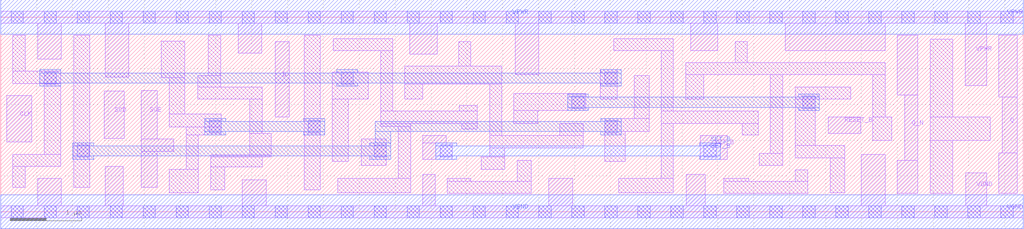
<source format=lef>
# Copyright 2020 The SkyWater PDK Authors
#
# Licensed under the Apache License, Version 2.0 (the "License");
# you may not use this file except in compliance with the License.
# You may obtain a copy of the License at
#
#     https://www.apache.org/licenses/LICENSE-2.0
#
# Unless required by applicable law or agreed to in writing, software
# distributed under the License is distributed on an "AS IS" BASIS,
# WITHOUT WARRANTIES OR CONDITIONS OF ANY KIND, either express or implied.
# See the License for the specific language governing permissions and
# limitations under the License.
#
# SPDX-License-Identifier: Apache-2.0

VERSION 5.7 ;
  NAMESCASESENSITIVE ON ;
  NOWIREEXTENSIONATPIN ON ;
  DIVIDERCHAR "/" ;
  BUSBITCHARS "[]" ;
UNITS
  DATABASE MICRONS 200 ;
END UNITS
MACRO sky130_fd_sc_hd__sdfbbp_1
  CLASS CORE ;
  SOURCE USER ;
  FOREIGN sky130_fd_sc_hd__sdfbbp_1 ;
  ORIGIN  0.000000  0.000000 ;
  SIZE  14.26000 BY  2.720000 ;
  SYMMETRY X Y R90 ;
  SITE unithd ;
  PIN D
    ANTENNAGATEAREA  0.126000 ;
    DIRECTION INPUT ;
    USE SIGNAL ;
    PORT
      LAYER li1 ;
        RECT 3.825000 1.325000 4.025000 2.375000 ;
    END
  END D
  PIN Q
    ANTENNADIFFAREA  0.429000 ;
    DIRECTION OUTPUT ;
    USE SIGNAL ;
    PORT
      LAYER li1 ;
        RECT 13.915000 0.255000 14.175000 0.825000 ;
        RECT 13.915000 1.605000 14.175000 2.465000 ;
        RECT 13.965000 0.825000 14.175000 1.605000 ;
    END
  END Q
  PIN Q_N
    ANTENNADIFFAREA  0.429000 ;
    DIRECTION OUTPUT ;
    USE SIGNAL ;
    PORT
      LAYER li1 ;
        RECT 12.500000 0.255000 12.785000 0.715000 ;
        RECT 12.500000 1.630000 12.785000 2.465000 ;
        RECT 12.605000 0.715000 12.785000 1.630000 ;
    END
  END Q_N
  PIN RESET_B
    ANTENNAGATEAREA  0.159000 ;
    DIRECTION INPUT ;
    USE SIGNAL ;
    PORT
      LAYER li1 ;
        RECT 11.535000 1.095000 11.990000 1.325000 ;
    END
  END RESET_B
  PIN SCD
    ANTENNAGATEAREA  0.159000 ;
    DIRECTION INPUT ;
    USE SIGNAL ;
    PORT
      LAYER li1 ;
        RECT 1.440000 1.025000 1.720000 1.685000 ;
    END
  END SCD
  PIN SCE
    ANTENNAGATEAREA  0.252000 ;
    DIRECTION INPUT ;
    USE SIGNAL ;
    PORT
      LAYER li1 ;
        RECT 1.960000 0.345000 2.180000 0.845000 ;
        RECT 1.960000 0.845000 2.415000 1.015000 ;
        RECT 1.960000 1.015000 2.180000 1.695000 ;
    END
  END SCE
  PIN SET_B
    ANTENNAGATEAREA  0.252000 ;
    DIRECTION INPUT ;
    USE SIGNAL ;
    PORT
      LAYER li1 ;
        RECT 5.885000 0.735000  6.295000 0.965000 ;
        RECT 5.885000 0.965000  6.215000 1.065000 ;
        RECT 9.755000 0.735000 10.130000 1.065000 ;
      LAYER mcon ;
        RECT 6.125000 0.765000 6.295000 0.935000 ;
        RECT 9.805000 0.765000 9.975000 0.935000 ;
      LAYER met1 ;
        RECT 6.065000 0.735000  6.355000 0.780000 ;
        RECT 6.065000 0.780000 10.035000 0.920000 ;
        RECT 6.065000 0.920000  6.355000 0.965000 ;
        RECT 9.745000 0.735000 10.035000 0.780000 ;
        RECT 9.745000 0.920000 10.035000 0.965000 ;
    END
  END SET_B
  PIN CLK
    ANTENNAGATEAREA  0.159000 ;
    DIRECTION INPUT ;
    USE CLOCK ;
    PORT
      LAYER li1 ;
        RECT 0.085000 0.975000 0.435000 1.625000 ;
    END
  END CLK
  PIN VGND
    DIRECTION INOUT ;
    SHAPE ABUTMENT ;
    USE GROUND ;
    PORT
      LAYER li1 ;
        RECT  0.000000 -0.085000 14.260000 0.085000 ;
        RECT  0.515000  0.085000  0.845000 0.465000 ;
        RECT  1.455000  0.085000  1.705000 0.635000 ;
        RECT  3.370000  0.085000  3.700000 0.445000 ;
        RECT  5.885000  0.085000  6.055000 0.525000 ;
        RECT  7.640000  0.085000  7.975000 0.465000 ;
        RECT  9.560000  0.085000  9.820000 0.525000 ;
        RECT 12.000000  0.085000 12.330000 0.805000 ;
        RECT 13.455000  0.085000 13.745000 0.545000 ;
      LAYER mcon ;
        RECT  0.145000 -0.085000  0.315000 0.085000 ;
        RECT  0.605000 -0.085000  0.775000 0.085000 ;
        RECT  1.065000 -0.085000  1.235000 0.085000 ;
        RECT  1.525000 -0.085000  1.695000 0.085000 ;
        RECT  1.985000 -0.085000  2.155000 0.085000 ;
        RECT  2.445000 -0.085000  2.615000 0.085000 ;
        RECT  2.905000 -0.085000  3.075000 0.085000 ;
        RECT  3.365000 -0.085000  3.535000 0.085000 ;
        RECT  3.825000 -0.085000  3.995000 0.085000 ;
        RECT  4.285000 -0.085000  4.455000 0.085000 ;
        RECT  4.745000 -0.085000  4.915000 0.085000 ;
        RECT  5.205000 -0.085000  5.375000 0.085000 ;
        RECT  5.665000 -0.085000  5.835000 0.085000 ;
        RECT  6.125000 -0.085000  6.295000 0.085000 ;
        RECT  6.585000 -0.085000  6.755000 0.085000 ;
        RECT  7.045000 -0.085000  7.215000 0.085000 ;
        RECT  7.505000 -0.085000  7.675000 0.085000 ;
        RECT  7.965000 -0.085000  8.135000 0.085000 ;
        RECT  8.425000 -0.085000  8.595000 0.085000 ;
        RECT  8.885000 -0.085000  9.055000 0.085000 ;
        RECT  9.345000 -0.085000  9.515000 0.085000 ;
        RECT  9.805000 -0.085000  9.975000 0.085000 ;
        RECT 10.265000 -0.085000 10.435000 0.085000 ;
        RECT 10.725000 -0.085000 10.895000 0.085000 ;
        RECT 11.185000 -0.085000 11.355000 0.085000 ;
        RECT 11.645000 -0.085000 11.815000 0.085000 ;
        RECT 12.105000 -0.085000 12.275000 0.085000 ;
        RECT 12.565000 -0.085000 12.735000 0.085000 ;
        RECT 13.025000 -0.085000 13.195000 0.085000 ;
        RECT 13.485000 -0.085000 13.655000 0.085000 ;
        RECT 13.945000 -0.085000 14.115000 0.085000 ;
      LAYER met1 ;
        RECT 0.000000 -0.240000 14.260000 0.240000 ;
    END
  END VGND
  PIN VPWR
    DIRECTION INOUT ;
    SHAPE ABUTMENT ;
    USE POWER ;
    PORT
      LAYER li1 ;
        RECT  0.000000 2.635000 14.260000 2.805000 ;
        RECT  0.515000 2.135000  0.845000 2.635000 ;
        RECT  1.455000 1.885000  1.785000 2.635000 ;
        RECT  3.310000 2.215000  3.640000 2.635000 ;
        RECT  5.705000 2.205000  6.085000 2.635000 ;
        RECT  7.175000 1.915000  7.505000 2.635000 ;
        RECT  9.620000 2.255000 10.000000 2.635000 ;
        RECT 10.940000 2.255000 12.330000 2.635000 ;
        RECT 13.450000 1.765000 13.745000 2.635000 ;
      LAYER mcon ;
        RECT  0.145000 2.635000  0.315000 2.805000 ;
        RECT  0.605000 2.635000  0.775000 2.805000 ;
        RECT  1.065000 2.635000  1.235000 2.805000 ;
        RECT  1.525000 2.635000  1.695000 2.805000 ;
        RECT  1.985000 2.635000  2.155000 2.805000 ;
        RECT  2.445000 2.635000  2.615000 2.805000 ;
        RECT  2.905000 2.635000  3.075000 2.805000 ;
        RECT  3.365000 2.635000  3.535000 2.805000 ;
        RECT  3.825000 2.635000  3.995000 2.805000 ;
        RECT  4.285000 2.635000  4.455000 2.805000 ;
        RECT  4.745000 2.635000  4.915000 2.805000 ;
        RECT  5.205000 2.635000  5.375000 2.805000 ;
        RECT  5.665000 2.635000  5.835000 2.805000 ;
        RECT  6.125000 2.635000  6.295000 2.805000 ;
        RECT  6.585000 2.635000  6.755000 2.805000 ;
        RECT  7.045000 2.635000  7.215000 2.805000 ;
        RECT  7.505000 2.635000  7.675000 2.805000 ;
        RECT  7.965000 2.635000  8.135000 2.805000 ;
        RECT  8.425000 2.635000  8.595000 2.805000 ;
        RECT  8.885000 2.635000  9.055000 2.805000 ;
        RECT  9.345000 2.635000  9.515000 2.805000 ;
        RECT  9.805000 2.635000  9.975000 2.805000 ;
        RECT 10.265000 2.635000 10.435000 2.805000 ;
        RECT 10.725000 2.635000 10.895000 2.805000 ;
        RECT 11.185000 2.635000 11.355000 2.805000 ;
        RECT 11.645000 2.635000 11.815000 2.805000 ;
        RECT 12.105000 2.635000 12.275000 2.805000 ;
        RECT 12.565000 2.635000 12.735000 2.805000 ;
        RECT 13.025000 2.635000 13.195000 2.805000 ;
        RECT 13.485000 2.635000 13.655000 2.805000 ;
        RECT 13.945000 2.635000 14.115000 2.805000 ;
      LAYER met1 ;
        RECT 0.000000 2.480000 14.260000 2.960000 ;
    END
  END VPWR
  OBS
    LAYER li1 ;
      RECT  0.170000 0.345000  0.345000 0.635000 ;
      RECT  0.170000 0.635000  0.835000 0.805000 ;
      RECT  0.170000 1.795000  0.835000 1.965000 ;
      RECT  0.170000 1.965000  0.345000 2.465000 ;
      RECT  0.605000 0.805000  0.835000 1.795000 ;
      RECT  1.015000 0.345000  1.240000 2.465000 ;
      RECT  2.235000 1.875000  2.565000 2.385000 ;
      RECT  2.350000 0.265000  2.755000 0.595000 ;
      RECT  2.350000 1.185000  3.075000 1.365000 ;
      RECT  2.350000 1.365000  2.565000 1.875000 ;
      RECT  2.585000 0.595000  2.755000 1.075000 ;
      RECT  2.585000 1.075000  3.075000 1.185000 ;
      RECT  2.745000 1.575000  3.645000 1.745000 ;
      RECT  2.745000 1.745000  3.065000 1.905000 ;
      RECT  2.895000 1.905000  3.065000 2.465000 ;
      RECT  2.925000 0.305000  3.125000 0.625000 ;
      RECT  2.925000 0.625000  3.645000 0.765000 ;
      RECT  2.925000 0.765000  3.770000 0.795000 ;
      RECT  3.475000 0.795000  3.770000 1.095000 ;
      RECT  3.475000 1.095000  3.645000 1.575000 ;
      RECT  4.230000 0.305000  4.455000 2.465000 ;
      RECT  4.625000 0.705000  4.845000 1.575000 ;
      RECT  4.625000 1.575000  5.125000 1.955000 ;
      RECT  4.635000 2.250000  5.465000 2.420000 ;
      RECT  4.700000 0.265000  5.715000 0.465000 ;
      RECT  5.025000 0.645000  5.375000 1.015000 ;
      RECT  5.295000 1.195000  5.715000 1.235000 ;
      RECT  5.295000 1.235000  6.645000 1.405000 ;
      RECT  5.295000 1.405000  5.465000 2.250000 ;
      RECT  5.545000 0.465000  5.715000 1.195000 ;
      RECT  5.635000 1.575000  5.885000 1.785000 ;
      RECT  5.635000 1.785000  6.985000 2.035000 ;
      RECT  6.225000 0.255000  7.395000 0.425000 ;
      RECT  6.225000 0.425000  6.555000 0.465000 ;
      RECT  6.385000 2.035000  6.555000 2.375000 ;
      RECT  6.395000 1.405000  6.645000 1.485000 ;
      RECT  6.425000 1.155000  6.645000 1.235000 ;
      RECT  6.700000 0.595000  7.030000 0.765000 ;
      RECT  6.815000 0.765000  7.030000 0.895000 ;
      RECT  6.815000 0.895000  8.125000 1.065000 ;
      RECT  6.815000 1.065000  6.985000 1.785000 ;
      RECT  7.155000 1.235000  7.485000 1.415000 ;
      RECT  7.155000 1.415000  8.160000 1.655000 ;
      RECT  7.200000 0.425000  7.395000 0.715000 ;
      RECT  7.795000 1.065000  8.125000 1.235000 ;
      RECT  8.360000 1.575000  8.595000 1.985000 ;
      RECT  8.420000 0.705000  8.705000 1.125000 ;
      RECT  8.420000 1.125000  9.040000 1.305000 ;
      RECT  8.550000 2.250000  9.380000 2.420000 ;
      RECT  8.615000 0.265000  9.380000 0.465000 ;
      RECT  8.835000 1.305000  9.040000 1.905000 ;
      RECT  9.210000 0.465000  9.380000 1.235000 ;
      RECT  9.210000 1.235000 10.560000 1.405000 ;
      RECT  9.210000 1.405000  9.380000 2.250000 ;
      RECT  9.550000 1.575000  9.800000 1.915000 ;
      RECT  9.550000 1.915000 12.330000 2.085000 ;
      RECT 10.080000 0.255000 11.250000 0.425000 ;
      RECT 10.080000 0.425000 10.430000 0.465000 ;
      RECT 10.240000 2.085000 10.410000 2.375000 ;
      RECT 10.340000 1.075000 10.560000 1.235000 ;
      RECT 10.575000 0.645000 10.905000 0.815000 ;
      RECT 10.730000 0.815000 10.905000 1.915000 ;
      RECT 11.075000 0.425000 11.250000 0.585000 ;
      RECT 11.080000 0.755000 11.765000 0.925000 ;
      RECT 11.080000 0.925000 11.355000 1.575000 ;
      RECT 11.080000 1.575000 11.855000 1.745000 ;
      RECT 11.565000 0.265000 11.765000 0.755000 ;
      RECT 12.160000 0.995000 12.425000 1.325000 ;
      RECT 12.160000 1.325000 12.330000 1.915000 ;
      RECT 12.960000 0.255000 13.275000 0.995000 ;
      RECT 12.960000 0.995000 13.795000 1.325000 ;
      RECT 12.960000 1.325000 13.275000 2.415000 ;
    LAYER mcon ;
      RECT  0.605000 1.785000  0.775000 1.955000 ;
      RECT  1.065000 0.765000  1.235000 0.935000 ;
      RECT  2.905000 1.105000  3.075000 1.275000 ;
      RECT  4.285000 1.105000  4.455000 1.275000 ;
      RECT  4.745000 1.785000  4.915000 1.955000 ;
      RECT  5.205000 0.765000  5.375000 0.935000 ;
      RECT  7.965000 1.445000  8.135000 1.615000 ;
      RECT  8.425000 1.105000  8.595000 1.275000 ;
      RECT  8.425000 1.785000  8.595000 1.955000 ;
      RECT 11.185000 1.445000 11.355000 1.615000 ;
    LAYER met1 ;
      RECT  0.545000 1.755000  0.835000 1.800000 ;
      RECT  0.545000 1.800000  8.655000 1.940000 ;
      RECT  0.545000 1.940000  0.835000 1.985000 ;
      RECT  1.005000 0.735000  1.295000 0.780000 ;
      RECT  1.005000 0.780000  5.435000 0.920000 ;
      RECT  1.005000 0.920000  1.295000 0.965000 ;
      RECT  2.845000 1.075000  3.135000 1.120000 ;
      RECT  2.845000 1.120000  4.515000 1.260000 ;
      RECT  2.845000 1.260000  3.135000 1.305000 ;
      RECT  4.225000 1.075000  4.515000 1.120000 ;
      RECT  4.225000 1.260000  4.515000 1.305000 ;
      RECT  4.685000 1.755000  4.975000 1.800000 ;
      RECT  4.685000 1.940000  4.975000 1.985000 ;
      RECT  5.145000 0.735000  5.435000 0.780000 ;
      RECT  5.145000 0.920000  5.435000 0.965000 ;
      RECT  5.220000 0.965000  5.435000 1.120000 ;
      RECT  5.220000 1.120000  8.655000 1.260000 ;
      RECT  7.905000 1.415000  8.195000 1.460000 ;
      RECT  7.905000 1.460000 11.415000 1.600000 ;
      RECT  7.905000 1.600000  8.195000 1.645000 ;
      RECT  8.365000 1.075000  8.655000 1.120000 ;
      RECT  8.365000 1.260000  8.655000 1.305000 ;
      RECT  8.365000 1.755000  8.655000 1.800000 ;
      RECT  8.365000 1.940000  8.655000 1.985000 ;
      RECT 11.125000 1.415000 11.415000 1.460000 ;
      RECT 11.125000 1.600000 11.415000 1.645000 ;
  END
END sky130_fd_sc_hd__sdfbbp_1
END LIBRARY

</source>
